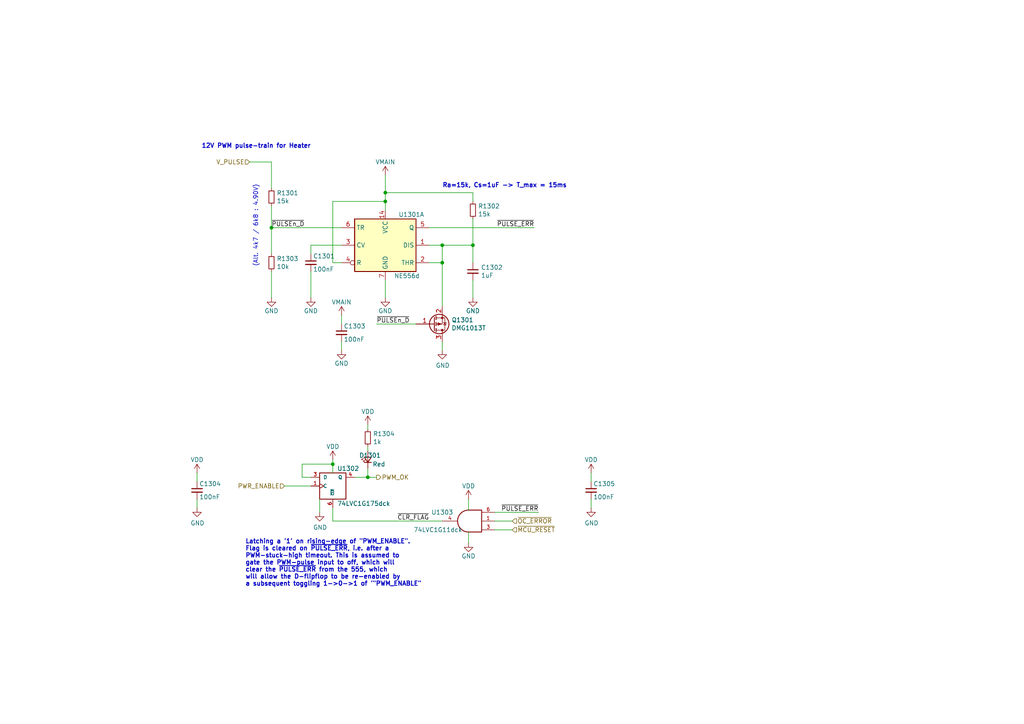
<source format=kicad_sch>
(kicad_sch (version 20231120) (generator "eeschema") (generator_version "8.0")
  (paper "A4")
  (title_block (title "HW PWM stuck-high detection with latched flag") (date "2020-08-12") (rev "R0.1") (company "SolderingStationGroup : Jonny Svärd / Mathias Johansson / Magnus Thulesius"))
  (lib_symbols
    (symbol "74xGxx:74LVC1G11" (pin_names (offset 1.016))
      (property "Reference" "U" (at -2.54 5.08 0))
      (property "Value" "74LVC1G11" (at 0 -5.08 0))
      (symbol "74LVC1G11_0_1"
        (arc (start 0 -3.175) (mid 3.1612 0) (end 0 3.175) (stroke (width 0.254)))
        (polyline (pts (xy 0 -3.175) (xy -3.81 -3.175) (xy -3.81 3.175) (xy 0 3.175)) (stroke (width 0.254)))
      )
      (symbol "74LVC1G11_1_1"
        (pin input line (at -7.62 0 0) (length 3.81) (name "~") (number "1"))
        (pin power_in line (at 0 -3.175 270) (length 0) hide (name "GND") (number "2"))
        (pin input line (at -7.62 -2.54 0) (length 3.81) (name "~") (number "3"))
        (pin output line (at 7.62 0 180) (length 4.445) (name "~") (number "4"))
        (pin power_in line (at 0 3.175 90) (length 0) hide (name "VCC") (number "5"))
        (pin input line (at -7.62 2.54 0) (length 3.81) (name "~") (number "6"))
      )
    )
    (symbol "74xGxx:74LVC1G175" (pin_names (offset 1.016))
      (property "Reference" "U" (at -2.54 5.08 0))
      (property "Value" "74LVC1G175" (at 5.08 -5.08 0))
      (symbol "74LVC1G175_0_1"
        (rectangle (start -3.81 3.81) (end 3.81 -3.81) (stroke (width 0.254)))
      )
      (symbol "74LVC1G175_1_1"
        (pin input clock (at -6.35 0 0) (length 2.54) (name "C") (number "1"))
        (pin power_in line (at -3.81 -3.81 270) (length 0) hide (name "GND") (number "2"))
        (pin input line (at -6.35 2.54 0) (length 2.54) (name "D") (number "3"))
        (pin output line (at 6.35 2.54 180) (length 2.54) (name "Q") (number "4"))
        (pin power_in line (at 0 3.81 90) (length 0) hide (name "VCC") (number "5"))
        (pin input line (at 0 -6.35 90) (length 2.54) (name "~{CLR}") (number "6"))
      )
    )
    (symbol "Device:C_Small" (pin_numbers hide) (pin_names (offset 0.254) hide)
      (property "Reference" "C" (at 0.254 1.778 0))
      (property "Value" "C_Small" (at 0.254 -2.032 0))
      (symbol "C_Small_0_1"
        (polyline (pts (xy -1.524 -0.508) (xy 1.524 -0.508)) (stroke (width 0.3302)))
        (polyline (pts (xy -1.524 0.508) (xy 1.524 0.508)) (stroke (width 0.3048)))
      )
      (symbol "C_Small_1_1"
        (pin passive line (at 0 2.54 270) (length 2.032) (name "~") (number "1"))
        (pin passive line (at 0 -2.54 90) (length 2.032) (name "~") (number "2"))
      )
    )
    (symbol "Device:LED_Small" (pin_numbers hide) (pin_names (offset 0.254) hide)
      (property "Reference" "D" (at -1.27 3.175 0))
      (property "Value" "LED_Small" (at -4.445 -2.54 0))
      (symbol "LED_Small_0_1"
        (polyline (pts (xy -0.762 -1.016) (xy -0.762 1.016)) (stroke (width 0.254)))
        (polyline (pts (xy 1.016 0) (xy -0.762 0)))
        (polyline (pts (xy 0.762 -1.016) (xy -0.762 0) (xy 0.762 1.016) (xy 0.762 -1.016)) (stroke (width 0.254)))
        (polyline (pts (xy 0 0.762) (xy -0.508 1.27) (xy -0.254 1.27) (xy -0.508 1.27) (xy -0.508 1.016)))
        (polyline (pts (xy 0.508 1.27) (xy 0 1.778) (xy 0.254 1.778) (xy 0 1.778) (xy 0 1.524)))
      )
      (symbol "LED_Small_1_1"
        (pin passive line (at -2.54 0 0) (length 1.778) (name "K") (number "1"))
        (pin passive line (at 2.54 0 180) (length 1.778) (name "A") (number "2"))
      )
    )
    (symbol "Device:R_Small" (pin_numbers hide) (pin_names (offset 0.254) hide)
      (property "Reference" "R" (at 0.762 0.508 0))
      (property "Value" "R_Small" (at 0.762 -1.016 0))
      (symbol "R_Small_0_1"
        (rectangle (start -0.762 1.778) (end 0.762 -1.778) (stroke (width 0.2032)))
      )
      (symbol "R_Small_1_1"
        (pin passive line (at 0 2.54 270) (length 0.762) (name "~") (number "1"))
        (pin passive line (at 0 -2.54 90) (length 0.762) (name "~") (number "2"))
      )
    )
    (symbol "Timer:NE556"
      (property "Reference" "U" (at -10.16 8.89 0))
      (property "Value" "NE556" (at -10.16 -8.89 0))
      (symbol "NE556_0_0"
        (pin power_in line (at 0 10.16 270) (length 2.54) (name "VCC") (number "14"))
        (pin power_in line (at 0 -10.16 90) (length 2.54) (name "GND") (number "7"))
      )
      (symbol "NE556_0_1"
        (rectangle (start -8.89 -7.62) (end 8.89 7.62) (stroke (width 0.254)) (fill (type background)))
        (rectangle (start -8.89 -7.62) (end 8.89 7.62) (stroke (width 0.254)) (fill (type background)))
      )
      (symbol "NE556_1_1"
        (pin input line (at 12.7 0 180) (length 3.81) (name "DIS") (number "1"))
        (pin input line (at 12.7 -5.08 180) (length 3.81) (name "THR") (number "2"))
        (pin input line (at -12.7 0 0) (length 3.81) (name "CV") (number "3"))
        (pin input inverted (at -12.7 -5.08 0) (length 3.81) (name "R") (number "4"))
        (pin output line (at 12.7 5.08 180) (length 3.81) (name "Q") (number "5"))
        (pin input line (at -12.7 5.08 0) (length 3.81) (name "TR") (number "6"))
      )
      (symbol "NE556_2_1"
        (pin input inverted (at -12.7 -5.08 0) (length 3.81) (name "R") (number "10"))
        (pin input line (at -12.7 0 0) (length 3.81) (name "CV") (number "11"))
        (pin input line (at 12.7 -5.08 180) (length 3.81) (name "THR") (number "12"))
        (pin input line (at 12.7 0 180) (length 3.81) (name "DIS") (number "13"))
        (pin input line (at -12.7 5.08 0) (length 3.81) (name "TR") (number "8"))
        (pin output line (at 12.7 5.08 180) (length 3.81) (name "Q") (number "9"))
      )
    )
    (symbol "customlib_mj:DMG1013T" (pin_names (offset 0) hide)
      (property "Reference" "Q" (at -1.27 -3.81 0))
      (property "Value" "DMG1013T" (at 5.715 0 90))
      (symbol "DMG1013T_0_1"
        (polyline (pts (xy 0.0508 0) (xy 0.254 0)))
        (polyline (pts (xy 0.762 -1.778) (xy 2.54 -1.778)))
        (polyline (pts (xy 0.762 -1.27) (xy 0.762 -2.286)) (stroke (width 0.254)))
        (polyline (pts (xy 0.762 0) (xy 2.54 0)))
        (polyline (pts (xy 0.762 0.508) (xy 0.762 -0.508)) (stroke (width 0.254)))
        (polyline (pts (xy 0.762 1.778) (xy 2.54 1.778)))
        (polyline (pts (xy 0.762 2.286) (xy 0.762 1.27)) (stroke (width 0.254)))
        (polyline (pts (xy 2.54 -1.778) (xy 2.54 -2.54)))
        (polyline (pts (xy 2.54 -1.778) (xy 2.54 0)))
        (polyline (pts (xy 2.54 2.54) (xy 2.54 1.778)))
        (polyline (pts (xy 0.254 1.905) (xy 0.254 -1.905) (xy 0.254 -1.905)) (stroke (width 0.254)))
        (polyline (pts (xy 2.286 0) (xy 1.27 -0.381) (xy 1.27 0.381) (xy 2.286 0)) (fill (type outline)))
        (polyline (pts (xy 2.54 -1.778) (xy 3.302 -1.778) (xy 3.302 1.778) (xy 2.54 1.778)))
        (polyline (pts (xy 2.794 -0.508) (xy 2.921 -0.381) (xy 3.683 -0.381) (xy 3.81 -0.254)))
        (polyline (pts (xy 3.302 -0.381) (xy 2.921 0.254) (xy 3.683 0.254) (xy 3.302 -0.381)))
        (circle (center 1.651 0) (radius 2.8194) (stroke (width 0.254)))
        (circle (center 2.54 -1.778) (radius 0.2794) (fill (type outline)))
        (circle (center 2.54 1.778) (radius 0.2794) (fill (type outline)))
      )
      (symbol "DMG1013T_1_1"
        (pin input line (at -5.08 0 0) (length 5.08) (name "G") (number "1"))
        (pin passive line (at 2.54 -5.08 90) (length 2.54) (name "S") (number "2"))
        (pin passive line (at 2.54 5.08 270) (length 2.54) (name "D") (number "3"))
      )
    )
    (symbol "customlib_mj:VMAIN" (power) (pin_names (offset 0))
      (property "Value" "VMAIN" (at 0 3.81 0))
      (symbol "VMAIN_0_1"
        (polyline (pts (xy -0.762 1.27) (xy 0 2.54)))
        (polyline (pts (xy 0 0) (xy 0 2.54)))
        (polyline (pts (xy 0 2.54) (xy 0.762 1.27)))
      )
      (symbol "VMAIN_1_1"
        (pin power_in line (at 0 0 90) (length 0) hide (name "VMAIN") (number "1"))
      )
    )
    (symbol "power:GND" (power) (pin_names (offset 0))
      (property "Value" "GND" (at 0 -3.81 0))
      (symbol "GND_0_1"
        (polyline (pts (xy 0 0) (xy 0 -1.27) (xy 1.27 -1.27) (xy 0 -2.54) (xy -1.27 -1.27) (xy 0 -1.27)))
      )
      (symbol "GND_1_1"
        (pin power_in line (at 0 0 270) (length 0) hide (name "GND") (number "1"))
      )
    )
    (symbol "power:VDD" (power) (pin_names (offset 0))
      (property "Value" "VDD" (at 0 3.81 0))
      (symbol "VDD_0_1"
        (polyline (pts (xy -0.762 1.27) (xy 0 2.54)))
        (polyline (pts (xy 0 0) (xy 0 2.54)))
        (polyline (pts (xy 0 2.54) (xy 0.762 1.27)))
      )
      (symbol "VDD_1_1"
        (pin power_in line (at 0 0 90) (length 0) hide (name "VDD") (number "1"))
      )
    )
  )
  (junction (at 137.16 71.12))
  (junction (at 128.27 71.12))
  (junction (at 106.68 138.43))
  (junction (at 111.76 55.88))
  (junction (at 78.74 66.04))
  (junction (at 128.27 76.2))
  (junction (at 96.52 134.62))
  (junction (at 111.76 58.42))
  (wire (pts (xy 143.51 148.59) (xy 156.21 148.59)))
  (wire (pts (xy 137.16 76.2) (xy 137.16 71.12)))
  (wire (pts (xy 106.68 138.43) (xy 109.22 138.43)))
  (wire (pts (xy 137.16 58.42) (xy 137.16 55.88)))
  (wire (pts (xy 99.06 99.06) (xy 99.06 101.6)))
  (wire (pts (xy 96.52 133.35) (xy 96.52 134.62)))
  (wire (pts (xy 90.17 86.36) (xy 90.17 78.74)))
  (wire (pts (xy 102.87 138.43) (xy 106.68 138.43)))
  (wire (pts (xy 87.63 138.43) (xy 87.63 134.62)))
  (wire (pts (xy 90.17 138.43) (xy 87.63 138.43)))
  (wire (pts (xy 96.52 151.13) (xy 128.27 151.13)))
  (wire (pts (xy 106.68 129.54) (xy 106.68 130.81)))
  (wire (pts (xy 135.89 157.48) (xy 135.89 154.305)))
  (wire (pts (xy 99.06 91.44) (xy 99.06 93.98)))
  (wire (pts (xy 137.16 55.88) (xy 111.76 55.88)))
  (wire (pts (xy 128.27 88.9) (xy 128.27 76.2)))
  (wire (pts (xy 96.52 76.2) (xy 96.52 58.42)))
  (wire (pts (xy 78.74 66.04) (xy 99.06 66.04)))
  (wire (pts (xy 111.76 55.88) (xy 111.76 58.42)))
  (wire (pts (xy 78.74 78.74) (xy 78.74 86.36)))
  (wire (pts (xy 128.27 99.06) (xy 128.27 101.6)))
  (wire (pts (xy 111.76 50.8) (xy 111.76 55.88)))
  (wire (pts (xy 137.16 71.12) (xy 128.27 71.12)))
  (wire (pts (xy 106.68 123.19) (xy 106.68 124.46)))
  (wire (pts (xy 124.46 66.04) (xy 154.94 66.04)))
  (wire (pts (xy 120.65 93.98) (xy 109.22 93.98)))
  (wire (pts (xy 92.71 148.59) (xy 92.71 144.78)))
  (wire (pts (xy 78.74 66.04) (xy 78.74 73.66)))
  (wire (pts (xy 96.52 147.32) (xy 96.52 151.13)))
  (wire (pts (xy 143.51 153.67) (xy 148.59 153.67)))
  (wire (pts (xy 111.76 81.28) (xy 111.76 86.36)))
  (wire (pts (xy 96.52 58.42) (xy 111.76 58.42)))
  (wire (pts (xy 128.27 76.2) (xy 128.27 71.12)))
  (wire (pts (xy 90.17 71.12) (xy 90.17 73.66)))
  (wire (pts (xy 148.59 151.13) (xy 143.51 151.13)))
  (wire (pts (xy 78.74 46.99) (xy 78.74 54.61)))
  (wire (pts (xy 137.16 63.5) (xy 137.16 71.12)))
  (wire (pts (xy 171.45 144.78) (xy 171.45 147.32)))
  (wire (pts (xy 99.06 76.2) (xy 96.52 76.2)))
  (wire (pts (xy 96.52 134.62) (xy 96.52 137.16)))
  (wire (pts (xy 90.17 140.97) (xy 82.55 140.97)))
  (wire (pts (xy 135.89 144.78) (xy 135.89 147.955)))
  (wire (pts (xy 128.27 71.12) (xy 124.46 71.12)))
  (wire (pts (xy 78.74 59.69) (xy 78.74 66.04)))
  (wire (pts (xy 171.45 137.16) (xy 171.45 139.7)))
  (wire (pts (xy 137.16 86.36) (xy 137.16 81.28)))
  (wire (pts (xy 87.63 134.62) (xy 96.52 134.62)))
  (wire (pts (xy 57.15 144.78) (xy 57.15 147.32)))
  (wire (pts (xy 111.76 58.42) (xy 111.76 60.96)))
  (wire (pts (xy 99.06 71.12) (xy 90.17 71.12)))
  (wire (pts (xy 57.15 137.16) (xy 57.15 139.7)))
  (wire (pts (xy 124.46 76.2) (xy 128.27 76.2)))
  (wire (pts (xy 72.39 46.99) (xy 78.74 46.99)))
  (wire (pts (xy 106.68 135.89) (xy 106.68 138.43)))
  (text "Ra=15k, Cs=1uF -> T_max = 15ms" (at 128.27 54.61 0) (effects (font (size 1.27 1.27) (thickness 0.254) (bold yes)) (justify left bottom)))
  (text "(Alt. 4k7 / 6k8 : 4.90V)" (at 74.93 77.47 90) (effects (font (size 1.27 1.27)) (justify left bottom)))
  (text "Latching a '1' on rising-edge of \"PWM_ENABLE\".\nFlag is cleared on ~{PULSE_ERR}, i.e. after a \nPWM-stuck-high timeout. This is assumed to\ngate the PWM-pulse input to off, which will\nclear the ~{PULSE_ERR} from the 555, which\nwill allow the D-flipflop to be re-enabled by\na subsequent toggling 1->0->1 of '\"PWM_ENABLE\"" (at 71.12 170.18 0) (effects (font (size 1.27 1.27) (thickness 0.254) (bold yes)) (justify left bottom)))
  (text "12V PWM pulse-train for Heater" (at 58.42 43.18 0) (effects (font (size 1.27 1.27) (thickness 0.254) (bold yes)) (justify left bottom)))
  (label "~{CLR_FLAG}" (at 124.46 151.13 180))
  (label "~{PULSE_ERR}" (at 156.21 148.59 180))
  (label "~{PULSEn_D}" (at 78.74 66.04 0))
  (label "~{PULSEn_D}" (at 109.22 93.98 0))
  (label "~{PULSE_ERR}" (at 154.94 66.04 180))
  (hierarchical_label "PWM_OK" (shape output) (at 109.22 138.43 0))
  (hierarchical_label "PWR_ENABLE" (shape input) (at 82.55 140.97 180))
  (hierarchical_label "V_PULSE" (shape input) (at 72.39 46.99 180))
  (hierarchical_label "~{OC_ERROR}" (shape input) (at 148.59 151.13 0))
  (hierarchical_label "~{MCU_RESET}" (shape input) (at 148.59 153.67 0))
  (symbol (lib_id "Timer:NE556") (at 111.76 71.12 0) (unit 1)
    (property "Reference" "U1301" (at 115.57 62.23 0) (effects (justify left)))
    (property "Value" "NE556d" (at 114.3 80.01 0) (effects (justify left)))
    (property "Footprint" "Package_SO:SOIC-14_3.9x8.7mm_P1.27mm" (effects (hide yes)))
    (property "Datasheet" "http://www.ti.com/lit/ds/symlink/ne556.pdf" (effects (hide yes)))
    (property "JLC_part" "Extended" (effects (hide yes)))
    (property "LCSC" "C7427" (effects (hide yes)))
    (instances (project "solderstn_mb" (path "" (reference "U1301") (unit 1)) (path "" (reference "U1301") (unit 2)) (path "" (reference "U1601") (unit 1)) (path "" (reference "U1601") (unit 2))))
  )
  (symbol (lib_id "customlib_mj:VMAIN") (at 111.76 50.8 0) (unit 1)
    (property "Reference" "#PWR01301" (effects (hide yes)))
    (property "Value" "VMAIN" (at 111.76 46.99 0))
    (instances (project "solderstn_mb" (path "" (reference "#PWR01301") (unit 1)) (path "" (reference "#PWR01401") (unit 1)) (path "" (reference "#PWR01601") (unit 1)) (path "" (reference "#PWR01701") (unit 1))))
  )
  (symbol (lib_id "power:GND") (at 111.76 86.36 0) (unit 1)
    (property "Reference" "#PWR01304" (effects (hide yes)))
    (property "Value" "GND" (at 111.76 90.17 0))
    (instances (project "solderstn_mb" (path "" (reference "#PWR01304") (unit 1)) (path "" (reference "#PWR01404") (unit 1)) (path "" (reference "#PWR01604") (unit 1)) (path "" (reference "#PWR01704") (unit 1))))
  )
  (symbol (lib_id "Device:C_Small") (at 137.16 78.74 0) (unit 1)
    (property "Reference" "C1302" (at 139.4968 77.5716 0) (effects (justify left)))
    (property "Value" "1uF" (at 139.4968 79.883 0) (effects (justify left)))
    (property "Footprint" "Capacitor_SMD:C_0402_1005Metric" (effects (hide yes)))
    (property "JLC_part" "Basic" (effects (hide yes)))
    (property "LCSC" "C52923" (effects (hide yes)))
    (instances (project "solderstn_mb" (path "" (reference "C1302") (unit 1)) (path "" (reference "C1402") (unit 1)) (path "" (reference "C1602") (unit 1)) (path "" (reference "C1702") (unit 1))))
  )
  (symbol (lib_id "Device:R_Small") (at 78.74 76.2 0) (unit 1)
    (property "Reference" "R1303" (at 80.2386 75.0316 0) (effects (justify left)))
    (property "Value" "10k" (at 80.2386 77.343 0) (effects (justify left)))
    (property "Footprint" "Resistor_SMD:R_0402_1005Metric" (effects (hide yes)))
    (property "JLC_part" "Basic" (effects (hide yes)))
    (property "LCSC" "C25744" (effects (hide yes)))
    (instances (project "solderstn_mb" (path "" (reference "R1303") (unit 1)) (path "" (reference "R1403") (unit 1)) (path "" (reference "R1603") (unit 1)) (path "" (reference "R1703") (unit 1))))
  )
  (symbol (lib_id "customlib_mj:DMG1013T") (at 125.73 93.98 0) (mirror x) (unit 1)
    (property "Reference" "Q1301" (at 130.9624 92.8116 0) (effects (justify left)))
    (property "Value" "DMG1013T" (at 135.9408 95.123 0))
    (property "Footprint" "customlib_mj_fp:SOT-523_handsoldering" (effects (hide yes)))
    (property "Datasheet" "https://www.diodes.com/assets/Datasheets/ds31784.pdf" (effects (hide yes)))
    (property "JLC_part" "Extended" (effects (hide yes)))
    (property "LCSC" "C96676" (effects (hide yes)))
    (instances (project "solderstn_mb" (path "" (reference "Q1301") (unit 1)) (path "" (reference "Q1401") (unit 1)) (path "" (reference "Q1601") (unit 1)) (path "" (reference "Q1701") (unit 1))))
  )
  (symbol (lib_id "power:GND") (at 128.27 101.6 0) (unit 1)
    (property "Reference" "#PWR01308" (effects (hide yes)))
    (property "Value" "GND" (at 128.397 105.9942 0))
    (instances (project "solderstn_mb" (path "" (reference "#PWR01308") (unit 1)) (path "" (reference "#PWR01408") (unit 1)) (path "" (reference "#PWR01608") (unit 1)) (path "" (reference "#PWR01708") (unit 1))))
  )
  (symbol (lib_id "Device:C_Small") (at 90.17 76.2 0) (unit 1)
    (property "Reference" "C1301" (at 90.805 74.295 0) (effects (justify left)))
    (property "Value" "100nF" (at 90.805 78.105 0) (effects (justify left)))
    (property "Footprint" "Capacitor_SMD:C_0402_1005Metric" (effects (hide yes)))
    (property "JLC_part" "Basic" (effects (hide yes)))
    (property "LCSC" "C1525" (effects (hide yes)))
    (instances (project "solderstn_mb" (path "" (reference "C1301") (unit 1)) (path "" (reference "C1401") (unit 1)) (path "" (reference "C1601") (unit 1)) (path "" (reference "C1701") (unit 1))))
  )
  (symbol (lib_id "power:GND") (at 90.17 86.36 0) (unit 1)
    (property "Reference" "#PWR01303" (effects (hide yes)))
    (property "Value" "GND" (at 90.17 90.17 0))
    (instances (project "solderstn_mb" (path "" (reference "#PWR01303") (unit 1)) (path "" (reference "#PWR01403") (unit 1)) (path "" (reference "#PWR01603") (unit 1)) (path "" (reference "#PWR01703") (unit 1))))
  )
  (symbol (lib_id "power:GND") (at 137.16 86.36 0) (unit 1)
    (property "Reference" "#PWR01305" (effects (hide yes)))
    (property "Value" "GND" (at 137.16 90.17 0))
    (instances (project "solderstn_mb" (path "" (reference "#PWR01305") (unit 1)) (path "" (reference "#PWR01405") (unit 1)) (path "" (reference "#PWR01605") (unit 1)) (path "" (reference "#PWR01705") (unit 1))))
  )
  (symbol (lib_id "Device:R_Small") (at 137.16 60.96 0) (unit 1)
    (property "Reference" "R1302" (at 138.6586 59.7916 0) (effects (justify left)))
    (property "Value" "15k" (at 138.6586 62.103 0) (effects (justify left)))
    (property "Footprint" "Resistor_SMD:R_0402_1005Metric" (effects (hide yes)))
    (property "JLC_part" "Basic" (effects (hide yes)))
    (property "LCSC" "C25756" (effects (hide yes)))
    (instances (project "solderstn_mb" (path "" (reference "R1302") (unit 1)) (path "" (reference "R1402") (unit 1)) (path "" (reference "R1602") (unit 1)) (path "" (reference "R1702") (unit 1))))
  )
  (symbol (lib_id "Device:R_Small") (at 78.74 57.15 0) (unit 1)
    (property "Reference" "R1301" (at 80.2386 55.9816 0) (effects (justify left)))
    (property "Value" "15k" (at 80.2386 58.293 0) (effects (justify left)))
    (property "Footprint" "Resistor_SMD:R_0402_1005Metric" (effects (hide yes)))
    (property "JLC_part" "Basic" (effects (hide yes)))
    (property "LCSC" "C25756" (effects (hide yes)))
    (instances (project "solderstn_mb" (path "" (reference "R1301") (unit 1)) (path "" (reference "R1401") (unit 1)) (path "" (reference "R1601") (unit 1)) (path "" (reference "R1701") (unit 1))))
  )
  (symbol (lib_id "power:GND") (at 78.74 86.36 0) (unit 1)
    (property "Reference" "#PWR01302" (effects (hide yes)))
    (property "Value" "GND" (at 78.74 90.17 0))
    (instances (project "solderstn_mb" (path "" (reference "#PWR01302") (unit 1)) (path "" (reference "#PWR01402") (unit 1)) (path "" (reference "#PWR01602") (unit 1)) (path "" (reference "#PWR01702") (unit 1))))
  )
  (symbol (lib_id "customlib_mj:VMAIN") (at 99.06 91.44 0) (unit 1)
    (property "Reference" "#PWR01306" (effects (hide yes)))
    (property "Value" "VMAIN" (at 99.06 87.63 0))
    (instances (project "solderstn_mb" (path "" (reference "#PWR01306") (unit 1)) (path "" (reference "#PWR01406") (unit 1)) (path "" (reference "#PWR01606") (unit 1)) (path "" (reference "#PWR01706") (unit 1))))
  )
  (symbol (lib_id "power:GND") (at 99.06 101.6 0) (unit 1)
    (property "Reference" "#PWR01307" (effects (hide yes)))
    (property "Value" "GND" (at 99.06 105.41 0))
    (instances (project "solderstn_mb" (path "" (reference "#PWR01307") (unit 1)) (path "" (reference "#PWR01407") (unit 1)) (path "" (reference "#PWR01607") (unit 1)) (path "" (reference "#PWR01707") (unit 1))))
  )
  (symbol (lib_id "Device:C_Small") (at 99.06 96.52 0) (unit 1)
    (property "Reference" "C1303" (at 99.695 94.615 0) (effects (justify left)))
    (property "Value" "100nF" (at 99.695 98.425 0) (effects (justify left)))
    (property "Footprint" "Capacitor_SMD:C_0402_1005Metric" (effects (hide yes)))
    (property "JLC_part" "Basic" (effects (hide yes)))
    (property "LCSC" "C1525" (effects (hide yes)))
    (instances (project "solderstn_mb" (path "" (reference "C1303") (unit 1)) (path "" (reference "C1403") (unit 1)) (path "" (reference "C1603") (unit 1)) (path "" (reference "C1703") (unit 1))))
  )
  (symbol (lib_id "74xGxx:74LVC1G175") (at 96.52 140.97 0) (unit 1)
    (property "Reference" "U1302" (at 97.79 135.89 0) (effects (justify left)))
    (property "Value" "74LVC1G175dck" (at 97.79 146.05 0) (effects (justify left)))
    (property "Footprint" "Package_TO_SOT_SMD:SOT-363_SC-70-6_Handsoldering" (effects (hide yes)))
    (property "Datasheet" "http://www.ti.com/lit/sg/scyt129e/scyt129e.pdf" (effects (hide yes)))
    (property "JLC_part" "Extended" (effects (hide yes)))
    (property "LCSC" "C202238" (effects (hide yes)))
    (instances (project "solderstn_mb" (path "" (reference "U1302") (unit 1)) (path "" (reference "U1401") (unit 1)) (path "" (reference "U1602") (unit 1)) (path "" (reference "U1701") (unit 1))))
  )
  (symbol (lib_id "power:VDD") (at 96.52 133.35 0) (unit 1)
    (property "Reference" "#PWR01310" (effects (hide yes)))
    (property "Value" "VDD" (at 96.52 129.54 0))
    (instances (project "solderstn_mb" (path "" (reference "#PWR01310") (unit 1)) (path "" (reference "#PWR01410") (unit 1)) (path "" (reference "#PWR01610") (unit 1)) (path "" (reference "#PWR01710") (unit 1))))
  )
  (symbol (lib_id "power:GND") (at 92.71 148.59 0) (unit 1)
    (property "Reference" "#PWR01316" (effects (hide yes)))
    (property "Value" "GND" (at 92.837 152.9842 0))
    (instances (project "solderstn_mb" (path "" (reference "#PWR01316") (unit 1)) (path "" (reference "#PWR01416") (unit 1)) (path "" (reference "#PWR01616") (unit 1)) (path "" (reference "#PWR01716") (unit 1))))
  )
  (symbol (lib_id "power:VDD") (at 57.15 137.16 0) (unit 1)
    (property "Reference" "#PWR01311" (effects (hide yes)))
    (property "Value" "VDD" (at 57.15 133.35 0))
    (instances (project "solderstn_mb" (path "" (reference "#PWR01311") (unit 1)) (path "" (reference "#PWR01411") (unit 1)) (path "" (reference "#PWR01611") (unit 1)) (path "" (reference "#PWR01711") (unit 1))))
  )
  (symbol (lib_id "power:GND") (at 57.15 147.32 0) (unit 1)
    (property "Reference" "#PWR01314" (effects (hide yes)))
    (property "Value" "GND" (at 57.277 151.7142 0))
    (instances (project "solderstn_mb" (path "" (reference "#PWR01314") (unit 1)) (path "" (reference "#PWR01414") (unit 1)) (path "" (reference "#PWR01614") (unit 1)) (path "" (reference "#PWR01714") (unit 1))))
  )
  (symbol (lib_id "Device:C_Small") (at 57.15 142.24 0) (unit 1)
    (property "Reference" "C1304" (at 57.785 140.335 0) (effects (justify left)))
    (property "Value" "100nF" (at 57.785 144.145 0) (effects (justify left)))
    (property "Footprint" "Capacitor_SMD:C_0402_1005Metric" (effects (hide yes)))
    (property "JLC_part" "Basic" (effects (hide yes)))
    (property "LCSC" "C1525" (effects (hide yes)))
    (instances (project "solderstn_mb" (path "" (reference "C1304") (unit 1)) (path "" (reference "C1404") (unit 1)) (path "" (reference "C1604") (unit 1)) (path "" (reference "C1704") (unit 1))))
  )
  (symbol (lib_id "Device:R_Small") (at 106.68 127 0) (unit 1)
    (property "Reference" "R1304" (at 108.1786 125.8316 0) (effects (justify left)))
    (property "Value" "1k" (at 108.1786 128.143 0) (effects (justify left)))
    (property "Footprint" "Resistor_SMD:R_0402_1005Metric" (effects (hide yes)))
    (property "JLC_part" "Basic" (effects (hide yes)))
    (property "LCSC" "C11702" (effects (hide yes)))
    (instances (project "solderstn_mb" (path "" (reference "R1304") (unit 1)) (path "" (reference "R1404") (unit 1)) (path "" (reference "R1604") (unit 1)) (path "" (reference "R1704") (unit 1))))
  )
  (symbol (lib_id "Device:LED_Small") (at 106.68 133.35 90) (unit 1)
    (property "Reference" "D1301" (at 110.49 132.08 90) (effects (justify left)))
    (property "Value" "Red" (at 111.76 134.62 90) (effects (justify left)))
    (property "Footprint" "LED_SMD:LED_0603_1608Metric" (effects (hide yes)))
    (property "JLC_part" "Basic" (effects (hide yes)))
    (property "LCSC" "C2286" (effects (hide yes)))
    (instances (project "solderstn_mb" (path "" (reference "D1301") (unit 1)) (path "" (reference "D1401") (unit 1)) (path "" (reference "D1601") (unit 1)) (path "" (reference "D1701") (unit 1))))
  )
  (symbol (lib_id "power:VDD") (at 106.68 123.19 0) (unit 1)
    (property "Reference" "#PWR01309" (effects (hide yes)))
    (property "Value" "VDD" (at 106.68 119.38 0))
    (instances (project "solderstn_mb" (path "" (reference "#PWR01309") (unit 1)) (path "" (reference "#PWR01409") (unit 1)) (path "" (reference "#PWR01609") (unit 1)) (path "" (reference "#PWR01709") (unit 1))))
  )
  (symbol (lib_id "74xGxx:74LVC1G11") (at 135.89 151.13 0) (mirror y) (unit 1)
    (property "Reference" "U1303" (at 128.27 148.59 0))
    (property "Value" "74LVC1G11dck" (at 127 153.67 0))
    (property "Footprint" "Package_TO_SOT_SMD:SOT-363_SC-70-6_Handsoldering" (effects (hide yes)))
    (property "Datasheet" "http://www.ti.com/lit/sg/scyt129e/scyt129e.pdf" (effects (hide yes)))
    (instances (project "solderstn_mb" (path "" (reference "U1303") (unit 1)) (path "" (reference "U1402") (unit 1)) (path "" (reference "U1603") (unit 1)) (path "" (reference "U1702") (unit 1))))
  )
  (symbol (lib_id "power:VDD") (at 135.89 144.78 0) (mirror y) (unit 1)
    (property "Reference" "#PWR01313" (effects (hide yes)))
    (property "Value" "VDD" (at 135.89 140.97 0))
    (instances (project "solderstn_mb" (path "" (reference "#PWR01313") (unit 1)) (path "" (reference "#PWR01413") (unit 1)) (path "" (reference "#PWR01613") (unit 1)) (path "" (reference "#PWR01713") (unit 1))))
  )
  (symbol (lib_id "power:GND") (at 135.89 157.48 0) (mirror y) (unit 1)
    (property "Reference" "#PWR01317" (effects (hide yes)))
    (property "Value" "GND" (at 135.89 161.29 0))
    (instances (project "solderstn_mb" (path "" (reference "#PWR01317") (unit 1)) (path "" (reference "#PWR01417") (unit 1)) (path "" (reference "#PWR01617") (unit 1)) (path "" (reference "#PWR01717") (unit 1))))
  )
  (symbol (lib_id "power:VDD") (at 171.45 137.16 0) (unit 1)
    (property "Reference" "#PWR01312" (effects (hide yes)))
    (property "Value" "VDD" (at 171.45 133.35 0))
    (instances (project "solderstn_mb" (path "" (reference "#PWR01312") (unit 1)) (path "" (reference "#PWR01412") (unit 1)) (path "" (reference "#PWR01612") (unit 1)) (path "" (reference "#PWR01712") (unit 1))))
  )
  (symbol (lib_id "power:GND") (at 171.45 147.32 0) (unit 1)
    (property "Reference" "#PWR01315" (effects (hide yes)))
    (property "Value" "GND" (at 171.577 151.7142 0))
    (instances (project "solderstn_mb" (path "" (reference "#PWR01315") (unit 1)) (path "" (reference "#PWR01415") (unit 1)) (path "" (reference "#PWR01615") (unit 1)) (path "" (reference "#PWR01715") (unit 1))))
  )
  (symbol (lib_id "Device:C_Small") (at 171.45 142.24 0) (unit 1)
    (property "Reference" "C1305" (at 172.085 140.335 0) (effects (justify left)))
    (property "Value" "100nF" (at 172.085 144.145 0) (effects (justify left)))
    (property "Footprint" "Capacitor_SMD:C_0402_1005Metric" (effects (hide yes)))
    (property "JLC_part" "Basic" (effects (hide yes)))
    (property "LCSC" "C1525" (effects (hide yes)))
    (instances (project "solderstn_mb" (path "" (reference "C1305") (unit 1)) (path "" (reference "C1405") (unit 1)) (path "" (reference "C1605") (unit 1)) (path "" (reference "C1705") (unit 1))))
  )
)
</source>
